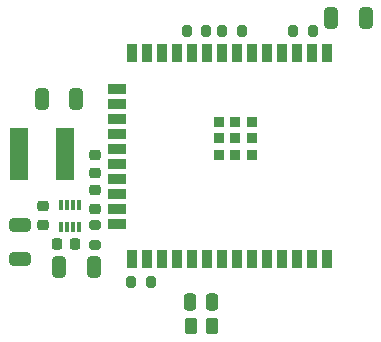
<source format=gbr>
%TF.GenerationSoftware,KiCad,Pcbnew,7.0.1*%
%TF.CreationDate,2024-02-27T21:29:27+01:00*%
%TF.ProjectId,PresenceDetection,50726573-656e-4636-9544-657465637469,rev?*%
%TF.SameCoordinates,Original*%
%TF.FileFunction,Paste,Top*%
%TF.FilePolarity,Positive*%
%FSLAX46Y46*%
G04 Gerber Fmt 4.6, Leading zero omitted, Abs format (unit mm)*
G04 Created by KiCad (PCBNEW 7.0.1) date 2024-02-27 21:29:27*
%MOMM*%
%LPD*%
G01*
G04 APERTURE LIST*
G04 Aperture macros list*
%AMRoundRect*
0 Rectangle with rounded corners*
0 $1 Rounding radius*
0 $2 $3 $4 $5 $6 $7 $8 $9 X,Y pos of 4 corners*
0 Add a 4 corners polygon primitive as box body*
4,1,4,$2,$3,$4,$5,$6,$7,$8,$9,$2,$3,0*
0 Add four circle primitives for the rounded corners*
1,1,$1+$1,$2,$3*
1,1,$1+$1,$4,$5*
1,1,$1+$1,$6,$7*
1,1,$1+$1,$8,$9*
0 Add four rect primitives between the rounded corners*
20,1,$1+$1,$2,$3,$4,$5,0*
20,1,$1+$1,$4,$5,$6,$7,0*
20,1,$1+$1,$6,$7,$8,$9,0*
20,1,$1+$1,$8,$9,$2,$3,0*%
G04 Aperture macros list end*
%ADD10RoundRect,0.250000X-0.325000X-0.650000X0.325000X-0.650000X0.325000X0.650000X-0.325000X0.650000X0*%
%ADD11R,1.550000X4.500000*%
%ADD12RoundRect,0.200000X-0.275000X0.200000X-0.275000X-0.200000X0.275000X-0.200000X0.275000X0.200000X0*%
%ADD13RoundRect,0.250000X-0.250000X-0.475000X0.250000X-0.475000X0.250000X0.475000X-0.250000X0.475000X0*%
%ADD14RoundRect,0.225000X-0.250000X0.225000X-0.250000X-0.225000X0.250000X-0.225000X0.250000X0.225000X0*%
%ADD15R,0.300000X0.850000*%
%ADD16RoundRect,0.200000X-0.200000X-0.275000X0.200000X-0.275000X0.200000X0.275000X-0.200000X0.275000X0*%
%ADD17RoundRect,0.225000X-0.225000X-0.250000X0.225000X-0.250000X0.225000X0.250000X-0.225000X0.250000X0*%
%ADD18RoundRect,0.250000X0.262500X0.450000X-0.262500X0.450000X-0.262500X-0.450000X0.262500X-0.450000X0*%
%ADD19RoundRect,0.250000X-0.650000X0.325000X-0.650000X-0.325000X0.650000X-0.325000X0.650000X0.325000X0*%
%ADD20RoundRect,0.250000X0.325000X0.650000X-0.325000X0.650000X-0.325000X-0.650000X0.325000X-0.650000X0*%
%ADD21RoundRect,0.200000X0.200000X0.275000X-0.200000X0.275000X-0.200000X-0.275000X0.200000X-0.275000X0*%
%ADD22R,0.900000X1.500000*%
%ADD23R,1.500000X0.900000*%
%ADD24R,0.900000X0.900000*%
G04 APERTURE END LIST*
D10*
%TO.C,C5*%
X132000000Y-121000000D03*
X134950000Y-121000000D03*
%TD*%
D11*
%TO.C,L1*%
X128650000Y-111450000D03*
X132500000Y-111450000D03*
%TD*%
D12*
%TO.C,R4*%
X135100000Y-117500000D03*
X135100000Y-119150000D03*
%TD*%
D10*
%TO.C,C2*%
X155050000Y-100000000D03*
X158000000Y-100000000D03*
%TD*%
D13*
%TO.C,C1*%
X143100000Y-124000000D03*
X145000000Y-124000000D03*
%TD*%
D14*
%TO.C,R8*%
X135100000Y-111550000D03*
X135100000Y-113100000D03*
%TD*%
D15*
%TO.C,IC1*%
X132200000Y-117650000D03*
X132700000Y-117650000D03*
X133200000Y-117650000D03*
X133700000Y-117650000D03*
X133700000Y-115750000D03*
X133200000Y-115750000D03*
X132700000Y-115750000D03*
X132200000Y-115750000D03*
%TD*%
D16*
%TO.C,R3*%
X151850000Y-101100000D03*
X153500000Y-101100000D03*
%TD*%
D17*
%TO.C,R6*%
X131850000Y-119100000D03*
X133400000Y-119100000D03*
%TD*%
D18*
%TO.C,R10*%
X145000000Y-126000000D03*
X143175000Y-126000000D03*
%TD*%
D16*
%TO.C,R1*%
X145850000Y-101100000D03*
X147500000Y-101100000D03*
%TD*%
D19*
%TO.C,C6*%
X128700000Y-117450000D03*
X128700000Y-120400000D03*
%TD*%
D20*
%TO.C,C7*%
X133500000Y-106800000D03*
X130550000Y-106800000D03*
%TD*%
D21*
%TO.C,R2*%
X144500000Y-101100000D03*
X142850000Y-101100000D03*
%TD*%
D14*
%TO.C,R7*%
X130700000Y-115900000D03*
X130700000Y-117450000D03*
%TD*%
D16*
%TO.C,R5*%
X138150000Y-122300000D03*
X139800000Y-122300000D03*
%TD*%
D22*
%TO.C,U2*%
X154680000Y-102900000D03*
X153410000Y-102900000D03*
X152140000Y-102900000D03*
X150870000Y-102900000D03*
X149600000Y-102900000D03*
X148330000Y-102900000D03*
X147060000Y-102900000D03*
X145790000Y-102900000D03*
X144520000Y-102900000D03*
X143250000Y-102900000D03*
X141980000Y-102900000D03*
X140710000Y-102900000D03*
X139440000Y-102900000D03*
X138170000Y-102900000D03*
D23*
X136920000Y-105930000D03*
X136920000Y-107200000D03*
X136920000Y-108470000D03*
X136920000Y-109740000D03*
X136920000Y-111010000D03*
X136920000Y-112280000D03*
X136920000Y-113550000D03*
X136920000Y-114820000D03*
X136920000Y-116090000D03*
X136920000Y-117360000D03*
D22*
X138170000Y-120400000D03*
X139440000Y-120400000D03*
X140710000Y-120400000D03*
X141980000Y-120400000D03*
X143250000Y-120400000D03*
X144520000Y-120400000D03*
X145790000Y-120400000D03*
X147060000Y-120400000D03*
X148330000Y-120400000D03*
X149600000Y-120400000D03*
X150870000Y-120400000D03*
X152140000Y-120400000D03*
X153410000Y-120400000D03*
X154680000Y-120400000D03*
D24*
X148360000Y-108750000D03*
X146960000Y-108750000D03*
X145560000Y-108750000D03*
X148360000Y-110150000D03*
X146960000Y-110150000D03*
X145560000Y-110150000D03*
X148360000Y-111550000D03*
X146960000Y-111550000D03*
X145560000Y-111550000D03*
%TD*%
D14*
%TO.C,R9*%
X135100000Y-114550000D03*
X135100000Y-116100000D03*
%TD*%
M02*

</source>
